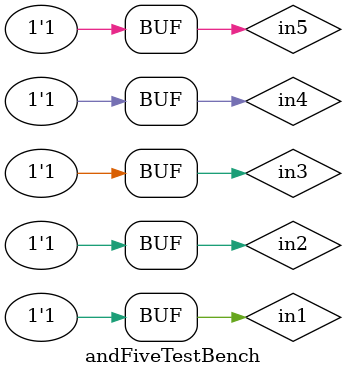
<source format=v>
module andFiveInput (
    in1,in2,in3,in4,in5,out
);

input in1,in2,in3,in4,in5;
output out;
and  a1(out,in1,in2,in3,in4,in5);
endmodule

module andFiveTestBench;

reg in1,in2,in3,in4,in5;
wire out;

andFiveInput i(in1,in2,in3,in4,in5,out);
initial
begin
    in1=1'b0;
    in2=1'b0;
    in3=1'b0;
    in4=1'b0;
    in5=1'b0;
    $monitor("Time: %0t in1=%b in2=%b in3=%b in4=%b in5=%b out=%b", $time, in1, in2, in3, in4, in5, out);
    #5 in1=1'b0; in2=1'b0; in3=1'b0; in4=1'b0; in5=1'b0;
    #5 in1=1'b0; in2=1'b0; in3=1'b1; in4=1'b0; in5=1'b1;
    #5 in1=1'b1; in2=1'b1; in3=1'b1; in4=1'b1; in5=1'b1;
end
endmodule
</source>
